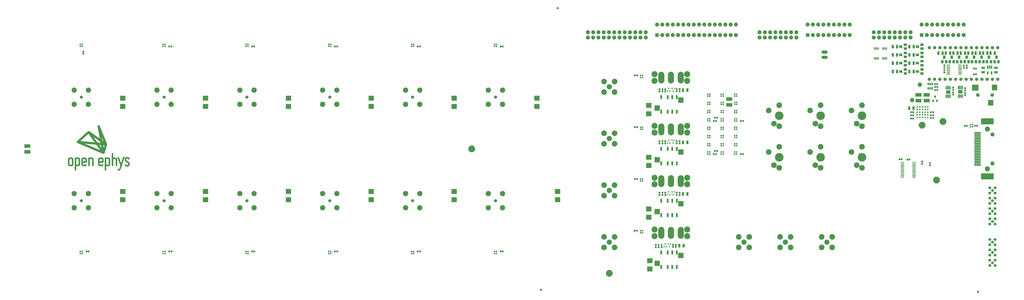
<source format=gbr>
G04 EAGLE Gerber RS-274X export*
G75*
%MOMM*%
%FSLAX34Y34*%
%LPD*%
%INSoldermask Top*%
%IPPOS*%
%AMOC8*
5,1,8,0,0,1.08239X$1,22.5*%
G01*
%ADD10C,1.502400*%
%ADD11C,2.552400*%
%ADD12C,2.514600*%
%ADD13C,2.705100*%
%ADD14R,1.752400X0.452400*%
%ADD15R,0.552400X1.752400*%
%ADD16R,2.042400X1.722400*%
%ADD17R,0.914400X0.838200*%
%ADD18C,0.787400*%
%ADD19R,1.117600X1.676400*%
%ADD20R,0.838200X0.914400*%
%ADD21R,2.946400X1.803400*%
%ADD22C,2.052400*%
%ADD23R,2.552400X2.702400*%
%ADD24R,3.052400X2.902400*%
%ADD25C,1.752400*%
%ADD26C,1.352400*%
%ADD27C,2.927400*%
%ADD28C,2.927400*%
%ADD29R,0.952400X1.952400*%
%ADD30R,2.652400X2.652400*%
%ADD31R,2.652400X2.452400*%
%ADD32R,0.508400X0.655400*%
%ADD33C,1.100000*%
%ADD34C,0.720000*%
%ADD35P,3.412126X8X22.500000*%
%ADD36C,1.952400*%
%ADD37C,2.452400*%
%ADD38R,6.152400X2.952400*%
%ADD39R,3.152400X0.487400*%
%ADD40C,2.724000*%
%ADD41C,2.692400*%
%ADD42C,4.152800*%
%ADD43C,1.600200*%
%ADD44P,1.950900X8X22.500000*%
%ADD45R,1.802400X1.802400*%
%ADD46P,1.979475X8X22.500000*%
%ADD47R,0.442400X1.252400*%
%ADD48R,1.152400X1.552400*%
%ADD49R,1.552400X1.152400*%
%ADD50R,0.702400X0.702400*%
%ADD51C,1.524000*%
%ADD52R,0.802400X1.212400*%
%ADD53C,0.500000*%
%ADD54R,0.952400X1.052400*%
%ADD55R,0.752400X1.560400*%
%ADD56R,1.676400X1.117600*%


D10*
X400000Y1050000D03*
D11*
X434300Y1084300D03*
X365700Y1084300D03*
X365700Y1015700D03*
X434300Y1015700D03*
D10*
X800000Y1050000D03*
D11*
X834300Y1084300D03*
X765700Y1084300D03*
X765700Y1015700D03*
X834300Y1015700D03*
D10*
X2000000Y550000D03*
D11*
X2034300Y584300D03*
X1965700Y584300D03*
X1965700Y515700D03*
X2034300Y515700D03*
D10*
X2400000Y550000D03*
D11*
X2434300Y584300D03*
X2365700Y584300D03*
X2365700Y515700D03*
X2434300Y515700D03*
D10*
X1200000Y1050000D03*
D11*
X1234300Y1084300D03*
X1165700Y1084300D03*
X1165700Y1015700D03*
X1234300Y1015700D03*
D10*
X1600000Y1050000D03*
D11*
X1634300Y1084300D03*
X1565700Y1084300D03*
X1565700Y1015700D03*
X1634300Y1015700D03*
D10*
X2000000Y1050000D03*
D11*
X2034300Y1084300D03*
X1965700Y1084300D03*
X1965700Y1015700D03*
X2034300Y1015700D03*
D10*
X2400000Y1050000D03*
D11*
X2434300Y1084300D03*
X2365700Y1084300D03*
X2365700Y1015700D03*
X2434300Y1015700D03*
D10*
X400000Y550000D03*
D11*
X434300Y584300D03*
X365700Y584300D03*
X365700Y515700D03*
X434300Y515700D03*
D10*
X800000Y550000D03*
D11*
X834300Y584300D03*
X765700Y584300D03*
X765700Y515700D03*
X834300Y515700D03*
D10*
X1200000Y550000D03*
D11*
X1234300Y584300D03*
X1165700Y584300D03*
X1165700Y515700D03*
X1234300Y515700D03*
D10*
X1600000Y550000D03*
D11*
X1634300Y584300D03*
X1565700Y584300D03*
X1565700Y515700D03*
X1634300Y515700D03*
D12*
X4000000Y350000D03*
D13*
X3974600Y375400D03*
X4025400Y375400D03*
X3974600Y324600D03*
X4025400Y324600D03*
D12*
X2950000Y1100000D03*
D13*
X2924600Y1125400D03*
X2975400Y1125400D03*
X2924600Y1074600D03*
X2975400Y1074600D03*
D12*
X3800000Y350000D03*
D13*
X3774600Y375400D03*
X3825400Y375400D03*
X3774600Y324600D03*
X3825400Y324600D03*
D12*
X3600000Y350000D03*
D13*
X3574600Y375400D03*
X3625400Y375400D03*
X3574600Y324600D03*
X3625400Y324600D03*
D14*
X4643000Y1204750D03*
X4643000Y1198250D03*
X4643000Y1191750D03*
X4643000Y1185250D03*
X4643000Y1178750D03*
X4643000Y1172250D03*
X4643000Y1165750D03*
X4643000Y1159250D03*
X4587000Y1204750D03*
X4587000Y1198250D03*
X4587000Y1191750D03*
X4587000Y1185250D03*
X4587000Y1178750D03*
X4587000Y1172250D03*
X4587000Y1165750D03*
X4587000Y1159250D03*
D15*
X4589250Y1096000D03*
X4595750Y1096000D03*
X4582750Y1096000D03*
X4576250Y1096000D03*
X4576250Y1054000D03*
X4582750Y1054000D03*
X4589250Y1054000D03*
X4595750Y1054000D03*
D16*
X4586000Y1075000D03*
D17*
X4662000Y1202334D03*
X4662000Y1191666D03*
X4676000Y1202334D03*
X4676000Y1191666D03*
X4610000Y1073334D03*
X4610000Y1062666D03*
X4610000Y1085666D03*
X4610000Y1096334D03*
D15*
X4648250Y1097000D03*
X4654750Y1097000D03*
X4641750Y1097000D03*
X4635250Y1097000D03*
X4635250Y1055000D03*
X4641750Y1055000D03*
X4648250Y1055000D03*
X4654750Y1055000D03*
D16*
X4645000Y1076000D03*
D17*
X4668000Y1070334D03*
X4668000Y1059666D03*
X4668000Y1082666D03*
X4668000Y1093334D03*
X4568000Y1203334D03*
X4568000Y1192666D03*
X4568000Y1169666D03*
X4568000Y1180334D03*
D18*
X4487400Y1002400D03*
X4487400Y989700D03*
X4487400Y964300D03*
X4487400Y951600D03*
X4474700Y964300D03*
X4474700Y951600D03*
X4462000Y1002400D03*
X4462000Y989700D03*
X4462000Y977000D03*
X4462000Y964300D03*
X4462000Y951600D03*
X4449300Y1002400D03*
X4449300Y989700D03*
X4449300Y977000D03*
X4449300Y964300D03*
X4449300Y951600D03*
X4436600Y1002400D03*
X4436600Y989700D03*
X4436600Y977000D03*
X4436600Y964300D03*
X4436600Y951600D03*
X4474700Y1002400D03*
X4474700Y989700D03*
X4474700Y977000D03*
X4487400Y977000D03*
D19*
X4397586Y997000D03*
X4418414Y997000D03*
D20*
X4513334Y963000D03*
X4502666Y963000D03*
X4406666Y977000D03*
X4417334Y977000D03*
X4417334Y947000D03*
X4406666Y947000D03*
X4502666Y949000D03*
X4513334Y949000D03*
X4417334Y962000D03*
X4406666Y962000D03*
D21*
X4482000Y1060970D03*
X4482000Y1033030D03*
X4442000Y1060970D03*
X4442000Y1033030D03*
D22*
X4449000Y1110000D03*
X4412000Y1036000D03*
D12*
X2950000Y350000D03*
D13*
X2924600Y375400D03*
X2975400Y375400D03*
X2924600Y324600D03*
X2975400Y324600D03*
D17*
X3271000Y337334D03*
X3271000Y326666D03*
D12*
X2950000Y600000D03*
D13*
X2924600Y625400D03*
X2975400Y625400D03*
X2924600Y574600D03*
X2975400Y574600D03*
D12*
X2950000Y850000D03*
D13*
X2924600Y875400D03*
X2975400Y875400D03*
X2924600Y824600D03*
X2975400Y824600D03*
D23*
X4791000Y1023250D03*
D24*
X4717000Y1095750D03*
D23*
X4810000Y1096750D03*
D25*
X4799000Y1060000D03*
X4729000Y1060000D03*
D26*
X4800000Y250000D03*
X4787300Y262700D03*
X4787300Y237300D03*
X4812700Y237300D03*
X4812700Y262700D03*
X4800000Y300000D03*
X4787300Y312700D03*
X4787300Y287300D03*
X4812700Y287300D03*
X4812700Y312700D03*
X4800000Y350000D03*
X4787300Y362700D03*
X4787300Y337300D03*
X4812700Y337300D03*
X4812700Y362700D03*
X4800000Y600000D03*
X4787300Y612700D03*
X4787300Y587300D03*
X4812700Y587300D03*
X4812700Y612700D03*
X4800000Y550000D03*
X4787300Y562700D03*
X4787300Y537300D03*
X4812700Y537300D03*
X4812700Y562700D03*
X4800000Y500000D03*
X4787300Y512700D03*
X4787300Y487300D03*
X4812700Y487300D03*
X4812700Y512700D03*
X4800000Y450000D03*
X4787300Y462700D03*
X4787300Y437300D03*
X4812700Y437300D03*
X4812700Y462700D03*
D27*
X3247000Y631125D02*
X3247000Y658875D01*
X3294000Y658875D02*
X3294000Y631125D01*
X3200000Y631125D02*
X3200000Y658875D01*
D28*
X3325750Y660900D03*
X3325750Y629100D03*
X3168250Y660900D03*
X3168250Y629100D03*
D27*
X3247000Y881125D02*
X3247000Y908875D01*
X3294000Y908875D02*
X3294000Y881125D01*
X3200000Y881125D02*
X3200000Y908875D01*
D28*
X3325750Y910900D03*
X3325750Y879100D03*
X3168250Y910900D03*
X3168250Y879100D03*
D27*
X3247000Y1131125D02*
X3247000Y1158875D01*
X3294000Y1158875D02*
X3294000Y1131125D01*
X3200000Y1131125D02*
X3200000Y1158875D01*
D28*
X3325750Y1160900D03*
X3325750Y1129100D03*
X3168250Y1160900D03*
X3168250Y1129100D03*
D27*
X3247000Y408875D02*
X3247000Y381125D01*
X3294000Y381125D02*
X3294000Y408875D01*
X3200000Y408875D02*
X3200000Y381125D01*
D28*
X3325750Y410900D03*
X3325750Y379100D03*
X3168250Y410900D03*
X3168250Y379100D03*
D29*
X3200000Y230000D03*
X3232000Y230000D03*
X3254000Y230000D03*
X3276000Y230000D03*
X3276000Y300000D03*
X3254000Y300000D03*
X3232000Y300000D03*
X3200000Y300000D03*
D30*
X3180500Y247500D03*
X3295500Y285500D03*
D17*
X3257000Y337334D03*
X3257000Y326666D03*
D31*
X3145000Y260000D03*
X3145000Y220000D03*
D29*
X3200000Y480000D03*
X3232000Y480000D03*
X3254000Y480000D03*
X3276000Y480000D03*
X3276000Y550000D03*
X3254000Y550000D03*
X3232000Y550000D03*
X3200000Y550000D03*
D30*
X3180500Y497500D03*
X3295500Y535500D03*
D31*
X3140000Y510000D03*
X3140000Y470000D03*
D17*
X3206000Y577666D03*
X3206000Y588334D03*
D32*
X3219000Y340505D03*
X3224080Y327495D03*
X3213920Y327495D03*
D17*
X3188000Y336334D03*
X3188000Y325666D03*
D19*
X3308414Y333000D03*
X3287586Y333000D03*
D17*
X3289000Y588334D03*
X3289000Y577666D03*
X3275000Y588334D03*
X3275000Y577666D03*
D32*
X3237000Y592505D03*
X3242080Y579495D03*
X3231920Y579495D03*
D19*
X3326414Y583000D03*
X3305586Y583000D03*
D29*
X3200000Y730000D03*
X3232000Y730000D03*
X3254000Y730000D03*
X3276000Y730000D03*
X3276000Y800000D03*
X3254000Y800000D03*
X3232000Y800000D03*
X3200000Y800000D03*
D30*
X3180500Y747500D03*
X3295500Y785500D03*
D29*
X3200000Y980000D03*
X3232000Y980000D03*
X3254000Y980000D03*
X3276000Y980000D03*
X3276000Y1050000D03*
X3254000Y1050000D03*
X3232000Y1050000D03*
X3200000Y1050000D03*
D30*
X3180500Y997500D03*
X3295500Y1035500D03*
D17*
X3206000Y826666D03*
X3206000Y837334D03*
D32*
X3237000Y841505D03*
X3242080Y828495D03*
X3231920Y828495D03*
D19*
X3326414Y832000D03*
X3305586Y832000D03*
D31*
X3140000Y760000D03*
X3140000Y720000D03*
D17*
X3289000Y837334D03*
X3289000Y826666D03*
X3275000Y837334D03*
X3275000Y826666D03*
X3206000Y1077666D03*
X3206000Y1088334D03*
D32*
X3237000Y1092505D03*
X3242080Y1079495D03*
X3231920Y1079495D03*
D19*
X3326414Y1084000D03*
X3305586Y1084000D03*
D31*
X3140000Y1010000D03*
X3140000Y970000D03*
D17*
X3289000Y1089334D03*
X3289000Y1078666D03*
X3275000Y1089334D03*
X3275000Y1078666D03*
D31*
X600000Y1005000D03*
X600000Y1045000D03*
X1000000Y1005000D03*
X1000000Y1045000D03*
X1400000Y1005000D03*
X1400000Y1045000D03*
X1800000Y1005000D03*
X1800000Y1045000D03*
X2200000Y1005000D03*
X2200000Y1045000D03*
X2600000Y1005000D03*
X2600000Y1045000D03*
X2700000Y595000D03*
X2700000Y555000D03*
X2200000Y595000D03*
X2200000Y555000D03*
X1800000Y595000D03*
X1800000Y555000D03*
X1400000Y595000D03*
X1400000Y555000D03*
X1000000Y595000D03*
X1000000Y555000D03*
X600000Y595000D03*
X600000Y555000D03*
D33*
X507000Y782000D02*
X383000Y834000D01*
X519000Y822000D01*
X507000Y782000D01*
X483000Y910000D01*
X519000Y822000D01*
X435000Y882000D01*
X383000Y834000D01*
X435000Y882000D02*
X507000Y782000D01*
D34*
X351600Y720400D02*
X346200Y720400D01*
X351600Y720400D02*
X351767Y720409D01*
X351933Y720422D01*
X352099Y720439D01*
X352265Y720461D01*
X352430Y720486D01*
X352594Y720515D01*
X352757Y720549D01*
X352920Y720586D01*
X353082Y720627D01*
X353243Y720672D01*
X353402Y720721D01*
X353561Y720773D01*
X353718Y720830D01*
X353873Y720890D01*
X354027Y720954D01*
X354180Y721022D01*
X354331Y721094D01*
X354480Y721169D01*
X354627Y721247D01*
X354772Y721329D01*
X354916Y721415D01*
X355057Y721504D01*
X355196Y721597D01*
X355333Y721692D01*
X355467Y721791D01*
X355599Y721894D01*
X355728Y721999D01*
X355855Y722108D01*
X355979Y722219D01*
X356100Y722334D01*
X356219Y722451D01*
X356335Y722572D01*
X356448Y722695D01*
X356557Y722820D01*
X356664Y722949D01*
X356768Y723080D01*
X356868Y723213D01*
X356965Y723349D01*
X357059Y723487D01*
X357149Y723627D01*
X357236Y723769D01*
X357320Y723914D01*
X357400Y724060D01*
X357477Y724209D01*
X357549Y724359D01*
X357619Y724511D01*
X357684Y724664D01*
X357746Y724819D01*
X357804Y724976D01*
X357858Y725134D01*
X357909Y725293D01*
X357955Y725453D01*
X357998Y725614D01*
X358037Y725777D01*
X358072Y725940D01*
X358103Y726104D01*
X358130Y726269D01*
X358152Y726434D01*
X358171Y726600D01*
X358186Y726766D01*
X358197Y726933D01*
X358204Y727099D01*
X358207Y727266D01*
X358206Y727433D01*
X358200Y727600D01*
X358200Y748400D01*
X358208Y748564D01*
X358212Y748729D01*
X358211Y748894D01*
X358207Y749058D01*
X358199Y749223D01*
X358187Y749387D01*
X358171Y749551D01*
X358150Y749714D01*
X358126Y749877D01*
X358098Y750039D01*
X358066Y750201D01*
X358031Y750361D01*
X357991Y750521D01*
X357948Y750680D01*
X357900Y750837D01*
X357849Y750994D01*
X357794Y751149D01*
X357736Y751303D01*
X357673Y751455D01*
X357607Y751606D01*
X357538Y751755D01*
X357464Y751903D01*
X357388Y752048D01*
X357307Y752192D01*
X357224Y752334D01*
X357137Y752473D01*
X357046Y752611D01*
X356952Y752746D01*
X356855Y752879D01*
X356755Y753010D01*
X356652Y753138D01*
X356546Y753264D01*
X356436Y753387D01*
X356324Y753507D01*
X356209Y753625D01*
X356091Y753740D01*
X355970Y753851D01*
X355847Y753960D01*
X355721Y754066D01*
X355592Y754169D01*
X355461Y754269D01*
X355328Y754366D01*
X355192Y754459D01*
X355054Y754549D01*
X354914Y754635D01*
X354772Y754719D01*
X354628Y754798D01*
X354483Y754875D01*
X354335Y754947D01*
X354185Y755016D01*
X354034Y755082D01*
X353882Y755144D01*
X353728Y755202D01*
X353572Y755256D01*
X353416Y755307D01*
X353258Y755354D01*
X353099Y755397D01*
X352939Y755436D01*
X352778Y755471D01*
X352617Y755502D01*
X352454Y755530D01*
X352292Y755553D01*
X352128Y755573D01*
X351964Y755589D01*
X351800Y755600D01*
X346200Y755600D01*
X346026Y755598D01*
X345852Y755592D01*
X345678Y755581D01*
X345505Y755566D01*
X345332Y755548D01*
X345160Y755524D01*
X344988Y755497D01*
X344817Y755466D01*
X344646Y755430D01*
X344477Y755391D01*
X344309Y755347D01*
X344141Y755299D01*
X343975Y755248D01*
X343810Y755192D01*
X343647Y755132D01*
X343485Y755068D01*
X343325Y755001D01*
X343166Y754929D01*
X343009Y754854D01*
X342854Y754775D01*
X342701Y754693D01*
X342550Y754606D01*
X342401Y754516D01*
X342254Y754423D01*
X342110Y754325D01*
X341968Y754225D01*
X341828Y754121D01*
X341691Y754014D01*
X341557Y753903D01*
X341426Y753789D01*
X341297Y753672D01*
X341171Y753552D01*
X341048Y753429D01*
X340928Y753303D01*
X340811Y753174D01*
X340697Y753043D01*
X340586Y752909D01*
X340479Y752772D01*
X340375Y752632D01*
X340275Y752490D01*
X340177Y752346D01*
X340084Y752199D01*
X339994Y752050D01*
X339907Y751899D01*
X339825Y751746D01*
X339746Y751591D01*
X339671Y751434D01*
X339599Y751275D01*
X339532Y751115D01*
X339468Y750953D01*
X339408Y750790D01*
X339352Y750625D01*
X339301Y750459D01*
X339253Y750291D01*
X339209Y750123D01*
X339170Y749954D01*
X339134Y749783D01*
X339103Y749612D01*
X339076Y749440D01*
X339052Y749268D01*
X339034Y749095D01*
X339019Y748922D01*
X339008Y748748D01*
X339002Y748574D01*
X339000Y748400D01*
X339000Y727600D01*
X339002Y727426D01*
X339008Y727252D01*
X339019Y727078D01*
X339034Y726905D01*
X339052Y726732D01*
X339076Y726560D01*
X339103Y726388D01*
X339134Y726217D01*
X339170Y726046D01*
X339209Y725877D01*
X339253Y725709D01*
X339301Y725541D01*
X339352Y725375D01*
X339408Y725210D01*
X339468Y725047D01*
X339532Y724885D01*
X339599Y724725D01*
X339671Y724566D01*
X339746Y724409D01*
X339825Y724254D01*
X339907Y724101D01*
X339994Y723950D01*
X340084Y723801D01*
X340177Y723654D01*
X340275Y723510D01*
X340375Y723368D01*
X340479Y723228D01*
X340586Y723091D01*
X340697Y722957D01*
X340811Y722826D01*
X340928Y722697D01*
X341048Y722571D01*
X341171Y722448D01*
X341297Y722328D01*
X341426Y722211D01*
X341557Y722097D01*
X341691Y721986D01*
X341828Y721879D01*
X341968Y721775D01*
X342110Y721675D01*
X342254Y721577D01*
X342401Y721484D01*
X342550Y721394D01*
X342701Y721307D01*
X342854Y721225D01*
X343009Y721146D01*
X343166Y721071D01*
X343325Y720999D01*
X343485Y720932D01*
X343647Y720868D01*
X343810Y720808D01*
X343975Y720752D01*
X344141Y720701D01*
X344309Y720653D01*
X344477Y720609D01*
X344646Y720570D01*
X344817Y720534D01*
X344988Y720503D01*
X345160Y720476D01*
X345332Y720452D01*
X345505Y720434D01*
X345678Y720419D01*
X345852Y720408D01*
X346026Y720402D01*
X346200Y720400D01*
X415800Y755600D02*
X415974Y755598D01*
X416148Y755592D01*
X416322Y755581D01*
X416495Y755566D01*
X416668Y755548D01*
X416840Y755524D01*
X417012Y755497D01*
X417183Y755466D01*
X417354Y755430D01*
X417523Y755391D01*
X417691Y755347D01*
X417859Y755299D01*
X418025Y755248D01*
X418190Y755192D01*
X418353Y755132D01*
X418515Y755068D01*
X418675Y755001D01*
X418834Y754929D01*
X418991Y754854D01*
X419146Y754775D01*
X419299Y754693D01*
X419450Y754606D01*
X419599Y754516D01*
X419746Y754423D01*
X419890Y754325D01*
X420032Y754225D01*
X420172Y754121D01*
X420309Y754014D01*
X420443Y753903D01*
X420574Y753789D01*
X420703Y753672D01*
X420829Y753552D01*
X420952Y753429D01*
X421072Y753303D01*
X421189Y753174D01*
X421303Y753043D01*
X421414Y752909D01*
X421521Y752772D01*
X421625Y752632D01*
X421725Y752490D01*
X421823Y752346D01*
X421916Y752199D01*
X422006Y752050D01*
X422093Y751899D01*
X422175Y751746D01*
X422254Y751591D01*
X422329Y751434D01*
X422401Y751275D01*
X422468Y751115D01*
X422532Y750953D01*
X422592Y750790D01*
X422648Y750625D01*
X422699Y750459D01*
X422747Y750291D01*
X422791Y750123D01*
X422830Y749954D01*
X422866Y749783D01*
X422897Y749612D01*
X422924Y749440D01*
X422948Y749268D01*
X422966Y749095D01*
X422981Y748922D01*
X422992Y748748D01*
X422998Y748574D01*
X423000Y748400D01*
X415800Y755600D02*
X411000Y755600D01*
X410826Y755598D01*
X410652Y755592D01*
X410478Y755581D01*
X410305Y755566D01*
X410132Y755548D01*
X409960Y755524D01*
X409788Y755497D01*
X409617Y755466D01*
X409446Y755430D01*
X409277Y755391D01*
X409109Y755347D01*
X408941Y755299D01*
X408775Y755248D01*
X408610Y755192D01*
X408447Y755132D01*
X408285Y755068D01*
X408125Y755001D01*
X407966Y754929D01*
X407809Y754854D01*
X407654Y754775D01*
X407501Y754693D01*
X407350Y754606D01*
X407201Y754516D01*
X407054Y754423D01*
X406910Y754325D01*
X406768Y754225D01*
X406628Y754121D01*
X406491Y754014D01*
X406357Y753903D01*
X406226Y753789D01*
X406097Y753672D01*
X405971Y753552D01*
X405848Y753429D01*
X405728Y753303D01*
X405611Y753174D01*
X405497Y753043D01*
X405386Y752909D01*
X405279Y752772D01*
X405175Y752632D01*
X405075Y752490D01*
X404977Y752346D01*
X404884Y752199D01*
X404794Y752050D01*
X404707Y751899D01*
X404625Y751746D01*
X404546Y751591D01*
X404471Y751434D01*
X404399Y751275D01*
X404332Y751115D01*
X404268Y750953D01*
X404208Y750790D01*
X404152Y750625D01*
X404101Y750459D01*
X404053Y750291D01*
X404009Y750123D01*
X403970Y749954D01*
X403934Y749783D01*
X403903Y749612D01*
X403876Y749440D01*
X403852Y749268D01*
X403834Y749095D01*
X403819Y748922D01*
X403808Y748748D01*
X403802Y748574D01*
X403800Y748400D01*
X403800Y727600D01*
X403802Y727426D01*
X403808Y727252D01*
X403819Y727078D01*
X403834Y726905D01*
X403852Y726732D01*
X403876Y726560D01*
X403903Y726388D01*
X403934Y726217D01*
X403970Y726046D01*
X404009Y725877D01*
X404053Y725709D01*
X404101Y725541D01*
X404152Y725375D01*
X404208Y725210D01*
X404268Y725047D01*
X404332Y724885D01*
X404399Y724725D01*
X404471Y724566D01*
X404546Y724409D01*
X404625Y724254D01*
X404707Y724101D01*
X404794Y723950D01*
X404884Y723801D01*
X404977Y723654D01*
X405075Y723510D01*
X405175Y723368D01*
X405279Y723228D01*
X405386Y723091D01*
X405497Y722957D01*
X405611Y722826D01*
X405728Y722697D01*
X405848Y722571D01*
X405971Y722448D01*
X406097Y722328D01*
X406226Y722211D01*
X406357Y722097D01*
X406491Y721986D01*
X406628Y721879D01*
X406768Y721775D01*
X406910Y721675D01*
X407054Y721577D01*
X407201Y721484D01*
X407350Y721394D01*
X407501Y721307D01*
X407654Y721225D01*
X407809Y721146D01*
X407966Y721071D01*
X408125Y720999D01*
X408285Y720932D01*
X408447Y720868D01*
X408610Y720808D01*
X408775Y720752D01*
X408941Y720701D01*
X409109Y720653D01*
X409277Y720609D01*
X409446Y720570D01*
X409617Y720534D01*
X409788Y720503D01*
X409960Y720476D01*
X410132Y720452D01*
X410305Y720434D01*
X410478Y720419D01*
X410652Y720408D01*
X410826Y720402D01*
X411000Y720400D01*
X455800Y720400D02*
X455800Y748400D01*
X455798Y748574D01*
X455792Y748748D01*
X455781Y748922D01*
X455766Y749095D01*
X455748Y749268D01*
X455724Y749440D01*
X455697Y749612D01*
X455666Y749783D01*
X455630Y749954D01*
X455591Y750123D01*
X455547Y750291D01*
X455499Y750459D01*
X455448Y750625D01*
X455392Y750790D01*
X455332Y750953D01*
X455268Y751115D01*
X455201Y751275D01*
X455129Y751434D01*
X455054Y751591D01*
X454975Y751746D01*
X454893Y751899D01*
X454806Y752050D01*
X454716Y752199D01*
X454623Y752346D01*
X454525Y752490D01*
X454425Y752632D01*
X454321Y752772D01*
X454214Y752909D01*
X454103Y753043D01*
X453989Y753174D01*
X453872Y753303D01*
X453752Y753429D01*
X453629Y753552D01*
X453503Y753672D01*
X453374Y753789D01*
X453243Y753903D01*
X453109Y754014D01*
X452972Y754121D01*
X452832Y754225D01*
X452690Y754325D01*
X452546Y754423D01*
X452399Y754516D01*
X452250Y754606D01*
X452099Y754693D01*
X451946Y754775D01*
X451791Y754854D01*
X451634Y754929D01*
X451475Y755001D01*
X451315Y755068D01*
X451153Y755132D01*
X450990Y755192D01*
X450825Y755248D01*
X450659Y755299D01*
X450491Y755347D01*
X450323Y755391D01*
X450154Y755430D01*
X449983Y755466D01*
X449812Y755497D01*
X449640Y755524D01*
X449468Y755548D01*
X449295Y755566D01*
X449122Y755581D01*
X448948Y755592D01*
X448774Y755598D01*
X448600Y755600D01*
X436600Y755600D02*
X436600Y720400D01*
X516600Y720400D02*
X516600Y755600D01*
X516600Y720400D02*
X528600Y720400D01*
X528774Y720402D01*
X528948Y720408D01*
X529122Y720419D01*
X529295Y720434D01*
X529468Y720452D01*
X529640Y720476D01*
X529812Y720503D01*
X529983Y720534D01*
X530154Y720570D01*
X530323Y720609D01*
X530491Y720653D01*
X530659Y720701D01*
X530825Y720752D01*
X530990Y720808D01*
X531153Y720868D01*
X531315Y720932D01*
X531475Y720999D01*
X531634Y721071D01*
X531791Y721146D01*
X531946Y721225D01*
X532099Y721307D01*
X532250Y721394D01*
X532399Y721484D01*
X532546Y721577D01*
X532690Y721675D01*
X532832Y721775D01*
X532972Y721879D01*
X533109Y721986D01*
X533243Y722097D01*
X533374Y722211D01*
X533503Y722328D01*
X533629Y722448D01*
X533752Y722571D01*
X533872Y722697D01*
X533989Y722826D01*
X534103Y722957D01*
X534214Y723091D01*
X534321Y723228D01*
X534425Y723368D01*
X534525Y723510D01*
X534623Y723654D01*
X534716Y723801D01*
X534806Y723950D01*
X534893Y724101D01*
X534975Y724254D01*
X535054Y724409D01*
X535129Y724566D01*
X535201Y724725D01*
X535268Y724885D01*
X535332Y725047D01*
X535392Y725210D01*
X535448Y725375D01*
X535499Y725541D01*
X535547Y725709D01*
X535591Y725877D01*
X535630Y726046D01*
X535666Y726217D01*
X535697Y726388D01*
X535724Y726560D01*
X535748Y726732D01*
X535766Y726905D01*
X535781Y727078D01*
X535792Y727252D01*
X535798Y727426D01*
X535800Y727600D01*
X535800Y748400D01*
X535798Y748574D01*
X535792Y748748D01*
X535781Y748922D01*
X535766Y749095D01*
X535748Y749268D01*
X535724Y749440D01*
X535697Y749612D01*
X535666Y749783D01*
X535630Y749954D01*
X535591Y750123D01*
X535547Y750291D01*
X535499Y750459D01*
X535448Y750625D01*
X535392Y750790D01*
X535332Y750953D01*
X535268Y751115D01*
X535201Y751275D01*
X535129Y751434D01*
X535054Y751591D01*
X534975Y751746D01*
X534893Y751899D01*
X534806Y752050D01*
X534716Y752199D01*
X534623Y752346D01*
X534525Y752490D01*
X534425Y752632D01*
X534321Y752772D01*
X534214Y752909D01*
X534103Y753043D01*
X533989Y753174D01*
X533872Y753303D01*
X533752Y753429D01*
X533629Y753552D01*
X533503Y753672D01*
X533374Y753789D01*
X533243Y753903D01*
X533109Y754014D01*
X532972Y754121D01*
X532832Y754225D01*
X532690Y754325D01*
X532546Y754423D01*
X532399Y754516D01*
X532250Y754606D01*
X532099Y754693D01*
X531946Y754775D01*
X531791Y754854D01*
X531634Y754929D01*
X531475Y755001D01*
X531315Y755068D01*
X531153Y755132D01*
X530990Y755192D01*
X530825Y755248D01*
X530659Y755299D01*
X530491Y755347D01*
X530323Y755391D01*
X530154Y755430D01*
X529983Y755466D01*
X529812Y755497D01*
X529640Y755524D01*
X529468Y755548D01*
X529295Y755566D01*
X529122Y755581D01*
X528948Y755592D01*
X528774Y755598D01*
X528600Y755600D01*
X516600Y755600D01*
X371400Y755600D02*
X371400Y720400D01*
X383400Y720400D01*
X383574Y720402D01*
X383748Y720408D01*
X383922Y720419D01*
X384095Y720434D01*
X384268Y720452D01*
X384440Y720476D01*
X384612Y720503D01*
X384783Y720534D01*
X384954Y720570D01*
X385123Y720609D01*
X385291Y720653D01*
X385459Y720701D01*
X385625Y720752D01*
X385790Y720808D01*
X385953Y720868D01*
X386115Y720932D01*
X386275Y720999D01*
X386434Y721071D01*
X386591Y721146D01*
X386746Y721225D01*
X386899Y721307D01*
X387050Y721394D01*
X387199Y721484D01*
X387346Y721577D01*
X387490Y721675D01*
X387632Y721775D01*
X387772Y721879D01*
X387909Y721986D01*
X388043Y722097D01*
X388174Y722211D01*
X388303Y722328D01*
X388429Y722448D01*
X388552Y722571D01*
X388672Y722697D01*
X388789Y722826D01*
X388903Y722957D01*
X389014Y723091D01*
X389121Y723228D01*
X389225Y723368D01*
X389325Y723510D01*
X389423Y723654D01*
X389516Y723801D01*
X389606Y723950D01*
X389693Y724101D01*
X389775Y724254D01*
X389854Y724409D01*
X389929Y724566D01*
X390001Y724725D01*
X390068Y724885D01*
X390132Y725047D01*
X390192Y725210D01*
X390248Y725375D01*
X390299Y725541D01*
X390347Y725709D01*
X390391Y725877D01*
X390430Y726046D01*
X390466Y726217D01*
X390497Y726388D01*
X390524Y726560D01*
X390548Y726732D01*
X390566Y726905D01*
X390581Y727078D01*
X390592Y727252D01*
X390598Y727426D01*
X390600Y727600D01*
X390600Y748400D01*
X390598Y748574D01*
X390592Y748748D01*
X390581Y748922D01*
X390566Y749095D01*
X390548Y749268D01*
X390524Y749440D01*
X390497Y749612D01*
X390466Y749783D01*
X390430Y749954D01*
X390391Y750123D01*
X390347Y750291D01*
X390299Y750459D01*
X390248Y750625D01*
X390192Y750790D01*
X390132Y750953D01*
X390068Y751115D01*
X390001Y751275D01*
X389929Y751434D01*
X389854Y751591D01*
X389775Y751746D01*
X389693Y751899D01*
X389606Y752050D01*
X389516Y752199D01*
X389423Y752346D01*
X389325Y752490D01*
X389225Y752632D01*
X389121Y752772D01*
X389014Y752909D01*
X388903Y753043D01*
X388789Y753174D01*
X388672Y753303D01*
X388552Y753429D01*
X388429Y753552D01*
X388303Y753672D01*
X388174Y753789D01*
X388043Y753903D01*
X387909Y754014D01*
X387772Y754121D01*
X387632Y754225D01*
X387490Y754325D01*
X387346Y754423D01*
X387199Y754516D01*
X387050Y754606D01*
X386899Y754693D01*
X386746Y754775D01*
X386591Y754854D01*
X386434Y754929D01*
X386275Y755001D01*
X386115Y755068D01*
X385953Y755132D01*
X385790Y755192D01*
X385625Y755248D01*
X385459Y755299D01*
X385291Y755347D01*
X385123Y755391D01*
X384954Y755430D01*
X384783Y755466D01*
X384612Y755497D01*
X384440Y755524D01*
X384268Y755548D01*
X384095Y755566D01*
X383922Y755581D01*
X383748Y755592D01*
X383574Y755598D01*
X383400Y755600D01*
X371400Y755600D01*
X371400Y720000D02*
X371400Y699200D01*
X496600Y755600D02*
X496774Y755598D01*
X496948Y755592D01*
X497122Y755581D01*
X497295Y755566D01*
X497468Y755548D01*
X497640Y755524D01*
X497812Y755497D01*
X497983Y755466D01*
X498154Y755430D01*
X498323Y755391D01*
X498491Y755347D01*
X498659Y755299D01*
X498825Y755248D01*
X498990Y755192D01*
X499153Y755132D01*
X499315Y755068D01*
X499475Y755001D01*
X499634Y754929D01*
X499791Y754854D01*
X499946Y754775D01*
X500099Y754693D01*
X500250Y754606D01*
X500399Y754516D01*
X500546Y754423D01*
X500690Y754325D01*
X500832Y754225D01*
X500972Y754121D01*
X501109Y754014D01*
X501243Y753903D01*
X501374Y753789D01*
X501503Y753672D01*
X501629Y753552D01*
X501752Y753429D01*
X501872Y753303D01*
X501989Y753174D01*
X502103Y753043D01*
X502214Y752909D01*
X502321Y752772D01*
X502425Y752632D01*
X502525Y752490D01*
X502623Y752346D01*
X502716Y752199D01*
X502806Y752050D01*
X502893Y751899D01*
X502975Y751746D01*
X503054Y751591D01*
X503129Y751434D01*
X503201Y751275D01*
X503268Y751115D01*
X503332Y750953D01*
X503392Y750790D01*
X503448Y750625D01*
X503499Y750459D01*
X503547Y750291D01*
X503591Y750123D01*
X503630Y749954D01*
X503666Y749783D01*
X503697Y749612D01*
X503724Y749440D01*
X503748Y749268D01*
X503766Y749095D01*
X503781Y748922D01*
X503792Y748748D01*
X503798Y748574D01*
X503800Y748400D01*
X496600Y755600D02*
X491800Y755600D01*
X491626Y755598D01*
X491452Y755592D01*
X491278Y755581D01*
X491105Y755566D01*
X490932Y755548D01*
X490760Y755524D01*
X490588Y755497D01*
X490417Y755466D01*
X490246Y755430D01*
X490077Y755391D01*
X489909Y755347D01*
X489741Y755299D01*
X489575Y755248D01*
X489410Y755192D01*
X489247Y755132D01*
X489085Y755068D01*
X488925Y755001D01*
X488766Y754929D01*
X488609Y754854D01*
X488454Y754775D01*
X488301Y754693D01*
X488150Y754606D01*
X488001Y754516D01*
X487854Y754423D01*
X487710Y754325D01*
X487568Y754225D01*
X487428Y754121D01*
X487291Y754014D01*
X487157Y753903D01*
X487026Y753789D01*
X486897Y753672D01*
X486771Y753552D01*
X486648Y753429D01*
X486528Y753303D01*
X486411Y753174D01*
X486297Y753043D01*
X486186Y752909D01*
X486079Y752772D01*
X485975Y752632D01*
X485875Y752490D01*
X485777Y752346D01*
X485684Y752199D01*
X485594Y752050D01*
X485507Y751899D01*
X485425Y751746D01*
X485346Y751591D01*
X485271Y751434D01*
X485199Y751275D01*
X485132Y751115D01*
X485068Y750953D01*
X485008Y750790D01*
X484952Y750625D01*
X484901Y750459D01*
X484853Y750291D01*
X484809Y750123D01*
X484770Y749954D01*
X484734Y749783D01*
X484703Y749612D01*
X484676Y749440D01*
X484652Y749268D01*
X484634Y749095D01*
X484619Y748922D01*
X484608Y748748D01*
X484602Y748574D01*
X484600Y748400D01*
X484600Y727600D01*
X484602Y727426D01*
X484608Y727252D01*
X484619Y727078D01*
X484634Y726905D01*
X484652Y726732D01*
X484676Y726560D01*
X484703Y726388D01*
X484734Y726217D01*
X484770Y726046D01*
X484809Y725877D01*
X484853Y725709D01*
X484901Y725541D01*
X484952Y725375D01*
X485008Y725210D01*
X485068Y725047D01*
X485132Y724885D01*
X485199Y724725D01*
X485271Y724566D01*
X485346Y724409D01*
X485425Y724254D01*
X485507Y724101D01*
X485594Y723950D01*
X485684Y723801D01*
X485777Y723654D01*
X485875Y723510D01*
X485975Y723368D01*
X486079Y723228D01*
X486186Y723091D01*
X486297Y722957D01*
X486411Y722826D01*
X486528Y722697D01*
X486648Y722571D01*
X486771Y722448D01*
X486897Y722328D01*
X487026Y722211D01*
X487157Y722097D01*
X487291Y721986D01*
X487428Y721879D01*
X487568Y721775D01*
X487710Y721675D01*
X487854Y721577D01*
X488001Y721484D01*
X488150Y721394D01*
X488301Y721307D01*
X488454Y721225D01*
X488609Y721146D01*
X488766Y721071D01*
X488925Y720999D01*
X489085Y720932D01*
X489247Y720868D01*
X489410Y720808D01*
X489575Y720752D01*
X489741Y720701D01*
X489909Y720653D01*
X490077Y720609D01*
X490246Y720570D01*
X490417Y720534D01*
X490588Y720503D01*
X490760Y720476D01*
X490932Y720452D01*
X491105Y720434D01*
X491278Y720419D01*
X491452Y720408D01*
X491626Y720402D01*
X491800Y720400D01*
X487000Y738000D02*
X503800Y738000D01*
X499000Y720400D02*
X491800Y720400D01*
X499000Y720400D02*
X499105Y720402D01*
X499209Y720408D01*
X499314Y720418D01*
X499417Y720431D01*
X499521Y720449D01*
X499623Y720470D01*
X499725Y720495D01*
X499825Y720524D01*
X499925Y720557D01*
X500023Y720594D01*
X500120Y720634D01*
X500215Y720677D01*
X500308Y720724D01*
X500400Y720775D01*
X500490Y720829D01*
X500577Y720887D01*
X500663Y720947D01*
X500746Y721011D01*
X500826Y721078D01*
X500904Y721147D01*
X500980Y721220D01*
X501053Y721296D01*
X501122Y721374D01*
X501189Y721454D01*
X501253Y721537D01*
X501313Y721623D01*
X501371Y721710D01*
X501425Y721800D01*
X501476Y721892D01*
X501523Y721985D01*
X501566Y722080D01*
X501606Y722177D01*
X501643Y722275D01*
X501676Y722375D01*
X501705Y722475D01*
X501730Y722577D01*
X501751Y722679D01*
X501769Y722783D01*
X501782Y722886D01*
X501792Y722991D01*
X501798Y723095D01*
X501800Y723200D01*
X503800Y738000D02*
X503800Y747600D01*
X612600Y747600D02*
X612600Y749600D01*
X612600Y747600D02*
X613000Y745600D01*
X614600Y743200D01*
X621000Y738400D01*
X626600Y756400D02*
X625000Y757200D01*
X626600Y756400D02*
X628600Y755200D01*
X629400Y754000D01*
X629400Y753200D01*
X623000Y719200D02*
X618200Y719200D01*
X623000Y719200D02*
X623174Y719202D01*
X623348Y719208D01*
X623522Y719219D01*
X623695Y719234D01*
X623868Y719252D01*
X624040Y719276D01*
X624212Y719303D01*
X624383Y719334D01*
X624554Y719370D01*
X624723Y719409D01*
X624891Y719453D01*
X625059Y719501D01*
X625225Y719552D01*
X625390Y719608D01*
X625553Y719668D01*
X625715Y719732D01*
X625875Y719799D01*
X626034Y719871D01*
X626191Y719946D01*
X626346Y720025D01*
X626499Y720107D01*
X626650Y720194D01*
X626799Y720284D01*
X626946Y720377D01*
X627090Y720475D01*
X627232Y720575D01*
X627372Y720679D01*
X627509Y720786D01*
X627643Y720897D01*
X627774Y721011D01*
X627903Y721128D01*
X628029Y721248D01*
X628152Y721371D01*
X628272Y721497D01*
X628389Y721626D01*
X628503Y721757D01*
X628614Y721891D01*
X628721Y722028D01*
X628825Y722168D01*
X628925Y722310D01*
X629023Y722454D01*
X629116Y722601D01*
X629206Y722750D01*
X629293Y722901D01*
X629375Y723054D01*
X629454Y723209D01*
X629529Y723366D01*
X629601Y723525D01*
X629668Y723685D01*
X629732Y723847D01*
X629792Y724010D01*
X629848Y724175D01*
X629899Y724341D01*
X629947Y724509D01*
X629991Y724677D01*
X630030Y724846D01*
X630066Y725017D01*
X630097Y725188D01*
X630124Y725360D01*
X630148Y725532D01*
X630166Y725705D01*
X630181Y725878D01*
X630192Y726052D01*
X630198Y726226D01*
X630200Y726400D01*
X630200Y726800D02*
X630200Y728800D01*
X629800Y730800D01*
X626200Y734400D01*
X619800Y739200D01*
X616200Y720000D02*
X617800Y719200D01*
X616200Y720000D02*
X614200Y721200D01*
X613400Y722400D01*
X613400Y723200D01*
X550200Y720800D02*
X550200Y777600D01*
X569400Y748400D02*
X569800Y720400D01*
X569400Y748400D02*
X569398Y748574D01*
X569392Y748748D01*
X569381Y748922D01*
X569366Y749095D01*
X569348Y749268D01*
X569324Y749440D01*
X569297Y749612D01*
X569266Y749783D01*
X569230Y749954D01*
X569191Y750123D01*
X569147Y750291D01*
X569099Y750459D01*
X569048Y750625D01*
X568992Y750790D01*
X568932Y750953D01*
X568868Y751115D01*
X568801Y751275D01*
X568729Y751434D01*
X568654Y751591D01*
X568575Y751746D01*
X568493Y751899D01*
X568406Y752050D01*
X568316Y752199D01*
X568223Y752346D01*
X568125Y752490D01*
X568025Y752632D01*
X567921Y752772D01*
X567814Y752909D01*
X567703Y753043D01*
X567589Y753174D01*
X567472Y753303D01*
X567352Y753429D01*
X567229Y753552D01*
X567103Y753672D01*
X566974Y753789D01*
X566843Y753903D01*
X566709Y754014D01*
X566572Y754121D01*
X566432Y754225D01*
X566290Y754325D01*
X566146Y754423D01*
X565999Y754516D01*
X565850Y754606D01*
X565699Y754693D01*
X565546Y754775D01*
X565391Y754854D01*
X565234Y754929D01*
X565075Y755001D01*
X564915Y755068D01*
X564753Y755132D01*
X564590Y755192D01*
X564425Y755248D01*
X564259Y755299D01*
X564091Y755347D01*
X563923Y755391D01*
X563754Y755430D01*
X563583Y755466D01*
X563412Y755497D01*
X563240Y755524D01*
X563068Y755548D01*
X562895Y755566D01*
X562722Y755581D01*
X562548Y755592D01*
X562374Y755598D01*
X562200Y755600D01*
X553000Y755600D01*
X619800Y757200D02*
X624600Y757200D01*
X619800Y757200D02*
X619626Y757198D01*
X619452Y757192D01*
X619278Y757181D01*
X619105Y757166D01*
X618932Y757148D01*
X618760Y757124D01*
X618588Y757097D01*
X618417Y757066D01*
X618246Y757030D01*
X618077Y756991D01*
X617909Y756947D01*
X617741Y756899D01*
X617575Y756848D01*
X617410Y756792D01*
X617247Y756732D01*
X617085Y756668D01*
X616925Y756601D01*
X616766Y756529D01*
X616609Y756454D01*
X616454Y756375D01*
X616301Y756293D01*
X616150Y756206D01*
X616001Y756116D01*
X615854Y756023D01*
X615710Y755925D01*
X615568Y755825D01*
X615428Y755721D01*
X615291Y755614D01*
X615157Y755503D01*
X615026Y755389D01*
X614897Y755272D01*
X614771Y755152D01*
X614648Y755029D01*
X614528Y754903D01*
X614411Y754774D01*
X614297Y754643D01*
X614186Y754509D01*
X614079Y754372D01*
X613975Y754232D01*
X613875Y754090D01*
X613777Y753946D01*
X613684Y753799D01*
X613594Y753650D01*
X613507Y753499D01*
X613425Y753346D01*
X613346Y753191D01*
X613271Y753034D01*
X613199Y752875D01*
X613132Y752715D01*
X613068Y752553D01*
X613008Y752390D01*
X612952Y752225D01*
X612901Y752059D01*
X612853Y751891D01*
X612809Y751723D01*
X612770Y751554D01*
X612734Y751383D01*
X612703Y751212D01*
X612676Y751040D01*
X612652Y750868D01*
X612634Y750695D01*
X612619Y750522D01*
X612608Y750348D01*
X612602Y750174D01*
X612600Y750000D01*
X423000Y738000D02*
X406200Y738000D01*
X411000Y720400D02*
X418200Y720400D01*
X418305Y720402D01*
X418409Y720408D01*
X418514Y720418D01*
X418617Y720431D01*
X418721Y720449D01*
X418823Y720470D01*
X418925Y720495D01*
X419025Y720524D01*
X419125Y720557D01*
X419223Y720594D01*
X419320Y720634D01*
X419415Y720677D01*
X419508Y720724D01*
X419600Y720775D01*
X419690Y720829D01*
X419777Y720887D01*
X419863Y720947D01*
X419946Y721011D01*
X420026Y721078D01*
X420104Y721147D01*
X420180Y721220D01*
X420253Y721296D01*
X420322Y721374D01*
X420389Y721454D01*
X420453Y721537D01*
X420513Y721623D01*
X420571Y721710D01*
X420625Y721800D01*
X420676Y721892D01*
X420723Y721985D01*
X420766Y722080D01*
X420806Y722177D01*
X420843Y722275D01*
X420876Y722375D01*
X420905Y722475D01*
X420930Y722577D01*
X420951Y722679D01*
X420969Y722783D01*
X420982Y722886D01*
X420992Y722991D01*
X420998Y723095D01*
X421000Y723200D01*
X423000Y738000D02*
X423000Y747600D01*
X516600Y720000D02*
X516600Y699200D01*
X591800Y720800D02*
X578600Y759200D01*
X604200Y759200D02*
X587400Y705200D01*
X587000Y704400D02*
X584200Y700400D01*
X580600Y699600D01*
X578600Y699600D01*
X449200Y755600D02*
X436700Y755600D01*
D35*
X2950000Y199000D03*
X2285000Y800000D03*
X4561000Y932000D03*
D36*
X4800000Y870000D03*
X4800000Y730000D03*
D37*
X4775000Y896000D03*
X4775000Y704000D03*
D38*
X4775000Y667000D03*
X4775000Y933000D03*
D39*
X4728000Y879375D03*
X4728000Y866675D03*
X4728000Y853975D03*
X4728000Y841275D03*
X4728000Y828575D03*
X4728000Y815875D03*
X4728000Y803175D03*
X4728000Y790475D03*
X4728000Y777775D03*
X4728000Y765075D03*
X4728000Y752375D03*
X4728000Y739675D03*
X4728000Y726975D03*
X4728000Y873025D03*
X4728000Y860325D03*
X4728000Y847625D03*
X4728000Y834925D03*
X4728000Y822225D03*
X4728000Y809525D03*
X4728000Y796825D03*
X4728000Y784125D03*
X4728000Y771425D03*
X4728000Y758725D03*
X4728000Y746025D03*
X4728000Y733325D03*
X4728000Y720625D03*
D40*
X3770000Y709200D03*
X3770000Y810800D03*
D41*
X3744600Y721900D03*
X3719200Y785400D03*
D42*
X3770000Y760000D03*
D40*
X3770000Y909200D03*
X3770000Y1010800D03*
D41*
X3744600Y921900D03*
X3719200Y985400D03*
D42*
X3770000Y960000D03*
D40*
X3970000Y909200D03*
X3970000Y1010800D03*
D41*
X3944600Y921900D03*
X3919200Y985400D03*
D42*
X3970000Y960000D03*
D40*
X3970000Y709200D03*
X3970000Y810800D03*
D41*
X3944600Y721900D03*
X3919200Y785400D03*
D42*
X3970000Y760000D03*
D14*
X4365000Y734750D03*
X4365000Y728250D03*
X4365000Y721750D03*
X4365000Y715250D03*
X4365000Y708750D03*
X4365000Y702250D03*
X4365000Y695750D03*
X4365000Y689250D03*
X4365000Y682750D03*
X4365000Y676250D03*
X4365000Y669750D03*
X4365000Y663250D03*
X4421000Y663250D03*
X4421000Y669750D03*
X4421000Y676250D03*
X4421000Y682750D03*
X4421000Y689250D03*
X4421000Y695750D03*
X4421000Y702250D03*
X4421000Y708750D03*
X4421000Y715250D03*
X4421000Y721750D03*
X4421000Y728250D03*
X4421000Y734750D03*
D20*
X4388666Y749000D03*
X4399334Y749000D03*
X4350666Y750000D03*
X4361334Y750000D03*
D17*
X4460000Y739334D03*
X4460000Y728666D03*
X4498000Y731334D03*
X4498000Y720666D03*
D43*
X4825100Y1289200D03*
X4799700Y1289200D03*
X4774300Y1289200D03*
X4748900Y1289200D03*
X4723500Y1289200D03*
X4698100Y1289200D03*
X4672700Y1289200D03*
X4647300Y1289200D03*
X4621900Y1289200D03*
X4596500Y1289200D03*
X4571100Y1289200D03*
X4545700Y1289200D03*
X4520300Y1289200D03*
X4494900Y1289200D03*
X4774300Y1136800D03*
X4799700Y1136800D03*
X4825100Y1136800D03*
X4494900Y1136800D03*
X4520300Y1136800D03*
X4545700Y1136800D03*
X4571100Y1136800D03*
X4596500Y1136800D03*
X4621900Y1136800D03*
X4647300Y1136800D03*
X4672700Y1136800D03*
X4698100Y1136800D03*
X4723500Y1136800D03*
X4748900Y1136800D03*
D44*
X3932900Y1350000D03*
D45*
X3907500Y1350000D03*
D44*
X3958300Y1350000D03*
X3983700Y1350000D03*
X4009100Y1350000D03*
X4034500Y1350000D03*
X4059900Y1350000D03*
X4085300Y1350000D03*
X4110700Y1350000D03*
X3907500Y1400800D03*
X3932900Y1400800D03*
X3958300Y1400800D03*
X3983700Y1400800D03*
X4009100Y1400800D03*
X4034500Y1400800D03*
X4059900Y1400800D03*
X4085300Y1400800D03*
X4110700Y1400800D03*
X4483400Y1350000D03*
D45*
X4458000Y1350000D03*
D44*
X4508800Y1350000D03*
X4534200Y1350000D03*
X4559600Y1350000D03*
X4585000Y1350000D03*
X4610400Y1350000D03*
X4635800Y1350000D03*
X4661200Y1350000D03*
X4458000Y1400800D03*
X4483400Y1400800D03*
X4508800Y1400800D03*
X4534200Y1400800D03*
X4559600Y1400800D03*
X4585000Y1400800D03*
X4610400Y1400800D03*
X4635800Y1400800D03*
X4661200Y1400800D03*
D46*
X3675600Y1338300D03*
X3675600Y1363700D03*
X3701000Y1338300D03*
X3701000Y1363700D03*
X3726400Y1338300D03*
X3726400Y1363700D03*
X3751800Y1338300D03*
X3751800Y1363700D03*
X3777200Y1338300D03*
X3777200Y1363700D03*
X3802600Y1338300D03*
X3802600Y1363700D03*
X3828000Y1338300D03*
X3828000Y1363700D03*
X3853400Y1338300D03*
X3853400Y1363700D03*
X4226100Y1338300D03*
X4226100Y1363700D03*
X4251500Y1338300D03*
X4251500Y1363700D03*
X4276900Y1338300D03*
X4276900Y1363700D03*
X4302300Y1338300D03*
X4302300Y1363700D03*
X4327700Y1338300D03*
X4327700Y1363700D03*
X4353100Y1338300D03*
X4353100Y1363700D03*
X4378500Y1338300D03*
X4378500Y1363700D03*
X4403900Y1338300D03*
X4403900Y1363700D03*
D40*
X4170000Y909200D03*
X4170000Y1010800D03*
D41*
X4144600Y921900D03*
X4119200Y985400D03*
D42*
X4170000Y960000D03*
D40*
X4170000Y709200D03*
X4170000Y810800D03*
D41*
X4144600Y721900D03*
X4119200Y785400D03*
D42*
X4170000Y760000D03*
D46*
X2846300Y1338300D03*
X2846300Y1363700D03*
X2871700Y1338300D03*
X2871700Y1363700D03*
X2897100Y1338300D03*
X2897100Y1363700D03*
X2922500Y1338300D03*
X2922500Y1363700D03*
X2947900Y1338300D03*
X2947900Y1363700D03*
X2973300Y1338300D03*
X2973300Y1363700D03*
X2998700Y1338300D03*
X2998700Y1363700D03*
X3024100Y1338300D03*
X3024100Y1363700D03*
X3049500Y1338300D03*
X3049500Y1363700D03*
X3074900Y1338300D03*
X3074900Y1363700D03*
X3100300Y1338300D03*
X3100300Y1363700D03*
X3125700Y1338300D03*
X3125700Y1363700D03*
D35*
X4460000Y915000D03*
X4530000Y650000D03*
D47*
X4269000Y1237500D03*
X4274000Y1237500D03*
X4279000Y1237500D03*
X4284000Y1237500D03*
X4289000Y1237500D03*
X4289000Y1284500D03*
X4284000Y1284500D03*
X4279000Y1284500D03*
X4274000Y1284500D03*
X4269000Y1284500D03*
D48*
X4567000Y1243000D03*
X4576500Y1221000D03*
X4557500Y1221000D03*
D19*
X4559414Y1263000D03*
X4538586Y1263000D03*
D47*
X4229000Y1237500D03*
X4234000Y1237500D03*
X4239000Y1237500D03*
X4244000Y1237500D03*
X4249000Y1237500D03*
X4249000Y1284500D03*
X4244000Y1284500D03*
X4239000Y1284500D03*
X4234000Y1284500D03*
X4229000Y1284500D03*
D48*
X4603000Y1243000D03*
X4612500Y1221000D03*
X4593500Y1221000D03*
D19*
X4595414Y1263000D03*
X4574586Y1263000D03*
D48*
X4639000Y1243000D03*
X4648500Y1221000D03*
X4629500Y1221000D03*
D19*
X4631414Y1263000D03*
X4610586Y1263000D03*
D48*
X4675000Y1243000D03*
X4684500Y1221000D03*
X4665500Y1221000D03*
D19*
X4667414Y1263000D03*
X4646586Y1263000D03*
D48*
X4711000Y1243000D03*
X4720500Y1221000D03*
X4701500Y1221000D03*
D19*
X4703414Y1263000D03*
X4682586Y1263000D03*
D48*
X4747000Y1243000D03*
X4756500Y1221000D03*
X4737500Y1221000D03*
D19*
X4739414Y1263000D03*
X4718586Y1263000D03*
D48*
X4783000Y1243000D03*
X4792500Y1221000D03*
X4773500Y1221000D03*
D19*
X4775414Y1263000D03*
X4754586Y1263000D03*
D48*
X4819000Y1243000D03*
X4828500Y1221000D03*
X4809500Y1221000D03*
D19*
X4811414Y1263000D03*
X4790586Y1263000D03*
D49*
X4437000Y1294000D03*
X4459000Y1303500D03*
X4459000Y1284500D03*
D19*
X4419414Y1294000D03*
X4398586Y1294000D03*
D49*
X4437000Y1254000D03*
X4459000Y1263500D03*
X4459000Y1244500D03*
D19*
X4419414Y1254000D03*
X4398586Y1254000D03*
D49*
X4437000Y1214000D03*
X4459000Y1223500D03*
X4459000Y1204500D03*
D19*
X4419414Y1214000D03*
X4398586Y1214000D03*
D49*
X4437000Y1174000D03*
X4459000Y1183500D03*
X4459000Y1164500D03*
D19*
X4419414Y1174000D03*
X4398586Y1174000D03*
D49*
X4357000Y1294000D03*
X4379000Y1303500D03*
X4379000Y1284500D03*
D19*
X4339414Y1294000D03*
X4318586Y1294000D03*
D49*
X4357000Y1254000D03*
X4379000Y1263500D03*
X4379000Y1244500D03*
D19*
X4339414Y1254000D03*
X4318586Y1254000D03*
D49*
X4357000Y1214000D03*
X4379000Y1223500D03*
X4379000Y1204500D03*
D19*
X4339414Y1214000D03*
X4318586Y1214000D03*
D49*
X4357000Y1174000D03*
X4379000Y1183500D03*
X4379000Y1164500D03*
D19*
X4339414Y1174000D03*
X4318586Y1174000D03*
D50*
X2395250Y304750D03*
X2395250Y295250D03*
X2404750Y295250D03*
X2404750Y304750D03*
D20*
X2435334Y305000D03*
X2424666Y305000D03*
D50*
X1995250Y304750D03*
X1995250Y295250D03*
X2004750Y295250D03*
X2004750Y304750D03*
D20*
X2035334Y305000D03*
X2024666Y305000D03*
D50*
X1595250Y304750D03*
X1595250Y295250D03*
X1604750Y295250D03*
X1604750Y304750D03*
D20*
X1635334Y305000D03*
X1624666Y305000D03*
D50*
X1195250Y304750D03*
X1195250Y295250D03*
X1204750Y295250D03*
X1204750Y304750D03*
D20*
X1235334Y305000D03*
X1224666Y305000D03*
D50*
X795250Y304750D03*
X795250Y295250D03*
X804750Y295250D03*
X804750Y304750D03*
D20*
X835334Y305000D03*
X824666Y305000D03*
D50*
X395250Y304750D03*
X395250Y295250D03*
X404750Y295250D03*
X404750Y304750D03*
D20*
X435334Y305000D03*
X424666Y305000D03*
D50*
X404750Y1304750D03*
X395250Y1304750D03*
X395250Y1295250D03*
X404750Y1295250D03*
D17*
X410000Y1259666D03*
X410000Y1270334D03*
D50*
X804750Y1304750D03*
X795250Y1304750D03*
X795250Y1295250D03*
X804750Y1295250D03*
D20*
X835334Y1295000D03*
X824666Y1295000D03*
D50*
X1204750Y1304750D03*
X1195250Y1304750D03*
X1195250Y1295250D03*
X1204750Y1295250D03*
D20*
X1235334Y1295000D03*
X1224666Y1295000D03*
D50*
X1604750Y1304750D03*
X1595250Y1304750D03*
X1595250Y1295250D03*
X1604750Y1295250D03*
D20*
X1635334Y1295000D03*
X1624666Y1295000D03*
D50*
X2004750Y1304750D03*
X1995250Y1304750D03*
X1995250Y1295250D03*
X2004750Y1295250D03*
D20*
X2035334Y1295000D03*
X2024666Y1295000D03*
D50*
X2404750Y1304750D03*
X2395250Y1304750D03*
X2395250Y1295250D03*
X2404750Y1295250D03*
D20*
X2435334Y1295000D03*
X2424666Y1295000D03*
D50*
X3434750Y784750D03*
X3425250Y784750D03*
X3425250Y775250D03*
X3434750Y775250D03*
D20*
X3465334Y775000D03*
X3454666Y775000D03*
D50*
X3434750Y824750D03*
X3425250Y824750D03*
X3425250Y815250D03*
X3434750Y815250D03*
X3434750Y864750D03*
X3425250Y864750D03*
X3425250Y855250D03*
X3434750Y855250D03*
X3434750Y904750D03*
X3425250Y904750D03*
X3425250Y895250D03*
X3434750Y895250D03*
X3434750Y944750D03*
X3425250Y944750D03*
X3425250Y935250D03*
X3434750Y935250D03*
X3434750Y984750D03*
X3425250Y984750D03*
X3425250Y975250D03*
X3434750Y975250D03*
X3434750Y1024750D03*
X3425250Y1024750D03*
X3425250Y1015250D03*
X3434750Y1015250D03*
X3434750Y1064750D03*
X3425250Y1064750D03*
X3425250Y1055250D03*
X3434750Y1055250D03*
X3100250Y1145250D03*
X3109750Y1145250D03*
X3109750Y1154750D03*
X3100250Y1154750D03*
D20*
X3072666Y655000D03*
X3083334Y655000D03*
D50*
X3100250Y895250D03*
X3109750Y895250D03*
X3109750Y904750D03*
X3100250Y904750D03*
D20*
X3071666Y405000D03*
X3082334Y405000D03*
D50*
X3100250Y645250D03*
X3109750Y645250D03*
X3109750Y654750D03*
X3100250Y654750D03*
D20*
X3072666Y905000D03*
X3083334Y905000D03*
D50*
X3100250Y395250D03*
X3109750Y395250D03*
X3109750Y404750D03*
X3100250Y404750D03*
D20*
X3072666Y1155000D03*
X3083334Y1155000D03*
X4665666Y911000D03*
X4676334Y911000D03*
D21*
X140000Y813970D03*
X140000Y786030D03*
D50*
X3490250Y1055250D03*
X3499750Y1055250D03*
X3499750Y1064750D03*
X3490250Y1064750D03*
D20*
X3459666Y950000D03*
X3470334Y950000D03*
D50*
X3490250Y1015250D03*
X3499750Y1015250D03*
X3499750Y1024750D03*
X3490250Y1024750D03*
X3490250Y975250D03*
X3499750Y975250D03*
X3499750Y984750D03*
X3490250Y984750D03*
X3490250Y935250D03*
X3499750Y935250D03*
X3499750Y944750D03*
X3490250Y944750D03*
X3490250Y895250D03*
X3499750Y895250D03*
X3499750Y904750D03*
X3490250Y904750D03*
X3490250Y855250D03*
X3499750Y855250D03*
X3499750Y864750D03*
X3490250Y864750D03*
X3490250Y815250D03*
X3499750Y815250D03*
X3499750Y824750D03*
X3490250Y824750D03*
X3490250Y775250D03*
X3499750Y775250D03*
X3499750Y784750D03*
X3490250Y784750D03*
X3564750Y784750D03*
X3555250Y784750D03*
X3555250Y775250D03*
X3564750Y775250D03*
D20*
X3595334Y775000D03*
X3584666Y775000D03*
D50*
X3564750Y824750D03*
X3555250Y824750D03*
X3555250Y815250D03*
X3564750Y815250D03*
X3564750Y864750D03*
X3555250Y864750D03*
X3555250Y855250D03*
X3564750Y855250D03*
X3564750Y904750D03*
X3555250Y904750D03*
X3555250Y895250D03*
X3564750Y895250D03*
X3564750Y944750D03*
X3555250Y944750D03*
X3555250Y935250D03*
X3564750Y935250D03*
X3564750Y984750D03*
X3555250Y984750D03*
X3555250Y975250D03*
X3564750Y975250D03*
X3564750Y1024750D03*
X3555250Y1024750D03*
X3555250Y1015250D03*
X3564750Y1015250D03*
X3564750Y1064750D03*
X3555250Y1064750D03*
X3555250Y1055250D03*
X3564750Y1055250D03*
X4702750Y916750D03*
X4693250Y916750D03*
X4693250Y907250D03*
X4702750Y907250D03*
D20*
X4725334Y912000D03*
X4714666Y912000D03*
D21*
X3529000Y1013030D03*
X3529000Y1040970D03*
D51*
X3982142Y1242000D02*
X3995858Y1242000D01*
X3995858Y1267400D02*
X3982142Y1267400D01*
D52*
X4508500Y1114000D03*
X4499000Y1114000D03*
X4489500Y1114000D03*
X4489500Y1092000D03*
X4499000Y1092000D03*
X4508500Y1092000D03*
D20*
X4522666Y1113000D03*
X4533334Y1113000D03*
X4533334Y1085000D03*
X4522666Y1085000D03*
X4522666Y1099000D03*
X4533334Y1099000D03*
X3595334Y935000D03*
X3584666Y935000D03*
X3459666Y790000D03*
X3470334Y790000D03*
X3465334Y935000D03*
X3454666Y935000D03*
D32*
X3240000Y327495D03*
X3234920Y340505D03*
X3245080Y340505D03*
D17*
X3174000Y325666D03*
X3174000Y336334D03*
X3202000Y325666D03*
X3202000Y336334D03*
D32*
X3258000Y579495D03*
X3252920Y592505D03*
X3263080Y592505D03*
D17*
X3192000Y577666D03*
X3192000Y588334D03*
X3220000Y577666D03*
X3220000Y588334D03*
D32*
X3258000Y828495D03*
X3252920Y841505D03*
X3263080Y841505D03*
D17*
X3192000Y826666D03*
X3192000Y837334D03*
X3220000Y826666D03*
X3220000Y837334D03*
D32*
X3258000Y1079495D03*
X3252920Y1092505D03*
X3263080Y1092505D03*
D17*
X3192000Y1077666D03*
X3192000Y1088334D03*
X3220000Y1077666D03*
X3220000Y1088334D03*
D44*
X3205400Y1350000D03*
D45*
X3180000Y1350000D03*
D44*
X3230800Y1350000D03*
X3256200Y1350000D03*
X3281600Y1350000D03*
X3307000Y1350000D03*
X3332400Y1350000D03*
X3357800Y1350000D03*
X3383200Y1350000D03*
X3180000Y1400800D03*
X3408600Y1350000D03*
X3434000Y1350000D03*
X3459400Y1350000D03*
X3484800Y1350000D03*
X3510200Y1350000D03*
X3535600Y1350000D03*
X3561000Y1350000D03*
X3205400Y1400800D03*
X3230800Y1400800D03*
X3256200Y1400800D03*
X3281600Y1400800D03*
X3307000Y1400800D03*
X3332400Y1400800D03*
X3357800Y1400800D03*
X3383200Y1400800D03*
X3408600Y1400800D03*
X3434000Y1400800D03*
X3459400Y1400800D03*
X3484800Y1400800D03*
X3510200Y1400800D03*
X3535600Y1400800D03*
X3561000Y1400800D03*
D53*
X4727500Y110000D02*
X4727502Y110099D01*
X4727508Y110199D01*
X4727518Y110298D01*
X4727532Y110396D01*
X4727549Y110494D01*
X4727571Y110591D01*
X4727596Y110687D01*
X4727625Y110782D01*
X4727658Y110876D01*
X4727695Y110968D01*
X4727735Y111059D01*
X4727779Y111148D01*
X4727827Y111236D01*
X4727878Y111321D01*
X4727932Y111404D01*
X4727989Y111486D01*
X4728050Y111564D01*
X4728114Y111641D01*
X4728180Y111714D01*
X4728250Y111785D01*
X4728322Y111853D01*
X4728397Y111919D01*
X4728475Y111981D01*
X4728555Y112040D01*
X4728637Y112096D01*
X4728721Y112148D01*
X4728808Y112197D01*
X4728896Y112243D01*
X4728986Y112285D01*
X4729078Y112324D01*
X4729171Y112359D01*
X4729265Y112390D01*
X4729361Y112417D01*
X4729458Y112440D01*
X4729555Y112460D01*
X4729653Y112476D01*
X4729752Y112488D01*
X4729851Y112496D01*
X4729950Y112500D01*
X4730050Y112500D01*
X4730149Y112496D01*
X4730248Y112488D01*
X4730347Y112476D01*
X4730445Y112460D01*
X4730542Y112440D01*
X4730639Y112417D01*
X4730735Y112390D01*
X4730829Y112359D01*
X4730922Y112324D01*
X4731014Y112285D01*
X4731104Y112243D01*
X4731192Y112197D01*
X4731279Y112148D01*
X4731363Y112096D01*
X4731445Y112040D01*
X4731525Y111981D01*
X4731603Y111919D01*
X4731678Y111853D01*
X4731750Y111785D01*
X4731820Y111714D01*
X4731886Y111641D01*
X4731950Y111564D01*
X4732011Y111486D01*
X4732068Y111404D01*
X4732122Y111321D01*
X4732173Y111236D01*
X4732221Y111148D01*
X4732265Y111059D01*
X4732305Y110968D01*
X4732342Y110876D01*
X4732375Y110782D01*
X4732404Y110687D01*
X4732429Y110591D01*
X4732451Y110494D01*
X4732468Y110396D01*
X4732482Y110298D01*
X4732492Y110199D01*
X4732498Y110099D01*
X4732500Y110000D01*
X4732498Y109901D01*
X4732492Y109801D01*
X4732482Y109702D01*
X4732468Y109604D01*
X4732451Y109506D01*
X4732429Y109409D01*
X4732404Y109313D01*
X4732375Y109218D01*
X4732342Y109124D01*
X4732305Y109032D01*
X4732265Y108941D01*
X4732221Y108852D01*
X4732173Y108764D01*
X4732122Y108679D01*
X4732068Y108596D01*
X4732011Y108514D01*
X4731950Y108436D01*
X4731886Y108359D01*
X4731820Y108286D01*
X4731750Y108215D01*
X4731678Y108147D01*
X4731603Y108081D01*
X4731525Y108019D01*
X4731445Y107960D01*
X4731363Y107904D01*
X4731279Y107852D01*
X4731192Y107803D01*
X4731104Y107757D01*
X4731014Y107715D01*
X4730922Y107676D01*
X4730829Y107641D01*
X4730735Y107610D01*
X4730639Y107583D01*
X4730542Y107560D01*
X4730445Y107540D01*
X4730347Y107524D01*
X4730248Y107512D01*
X4730149Y107504D01*
X4730050Y107500D01*
X4729950Y107500D01*
X4729851Y107504D01*
X4729752Y107512D01*
X4729653Y107524D01*
X4729555Y107540D01*
X4729458Y107560D01*
X4729361Y107583D01*
X4729265Y107610D01*
X4729171Y107641D01*
X4729078Y107676D01*
X4728986Y107715D01*
X4728896Y107757D01*
X4728808Y107803D01*
X4728721Y107852D01*
X4728637Y107904D01*
X4728555Y107960D01*
X4728475Y108019D01*
X4728397Y108081D01*
X4728322Y108147D01*
X4728250Y108215D01*
X4728180Y108286D01*
X4728114Y108359D01*
X4728050Y108436D01*
X4727989Y108514D01*
X4727932Y108596D01*
X4727878Y108679D01*
X4727827Y108764D01*
X4727779Y108852D01*
X4727735Y108941D01*
X4727695Y109032D01*
X4727658Y109124D01*
X4727625Y109218D01*
X4727596Y109313D01*
X4727571Y109409D01*
X4727549Y109506D01*
X4727532Y109604D01*
X4727518Y109702D01*
X4727508Y109801D01*
X4727502Y109901D01*
X4727500Y110000D01*
X2617500Y120000D02*
X2617502Y120099D01*
X2617508Y120199D01*
X2617518Y120298D01*
X2617532Y120396D01*
X2617549Y120494D01*
X2617571Y120591D01*
X2617596Y120687D01*
X2617625Y120782D01*
X2617658Y120876D01*
X2617695Y120968D01*
X2617735Y121059D01*
X2617779Y121148D01*
X2617827Y121236D01*
X2617878Y121321D01*
X2617932Y121404D01*
X2617989Y121486D01*
X2618050Y121564D01*
X2618114Y121641D01*
X2618180Y121714D01*
X2618250Y121785D01*
X2618322Y121853D01*
X2618397Y121919D01*
X2618475Y121981D01*
X2618555Y122040D01*
X2618637Y122096D01*
X2618721Y122148D01*
X2618808Y122197D01*
X2618896Y122243D01*
X2618986Y122285D01*
X2619078Y122324D01*
X2619171Y122359D01*
X2619265Y122390D01*
X2619361Y122417D01*
X2619458Y122440D01*
X2619555Y122460D01*
X2619653Y122476D01*
X2619752Y122488D01*
X2619851Y122496D01*
X2619950Y122500D01*
X2620050Y122500D01*
X2620149Y122496D01*
X2620248Y122488D01*
X2620347Y122476D01*
X2620445Y122460D01*
X2620542Y122440D01*
X2620639Y122417D01*
X2620735Y122390D01*
X2620829Y122359D01*
X2620922Y122324D01*
X2621014Y122285D01*
X2621104Y122243D01*
X2621192Y122197D01*
X2621279Y122148D01*
X2621363Y122096D01*
X2621445Y122040D01*
X2621525Y121981D01*
X2621603Y121919D01*
X2621678Y121853D01*
X2621750Y121785D01*
X2621820Y121714D01*
X2621886Y121641D01*
X2621950Y121564D01*
X2622011Y121486D01*
X2622068Y121404D01*
X2622122Y121321D01*
X2622173Y121236D01*
X2622221Y121148D01*
X2622265Y121059D01*
X2622305Y120968D01*
X2622342Y120876D01*
X2622375Y120782D01*
X2622404Y120687D01*
X2622429Y120591D01*
X2622451Y120494D01*
X2622468Y120396D01*
X2622482Y120298D01*
X2622492Y120199D01*
X2622498Y120099D01*
X2622500Y120000D01*
X2622498Y119901D01*
X2622492Y119801D01*
X2622482Y119702D01*
X2622468Y119604D01*
X2622451Y119506D01*
X2622429Y119409D01*
X2622404Y119313D01*
X2622375Y119218D01*
X2622342Y119124D01*
X2622305Y119032D01*
X2622265Y118941D01*
X2622221Y118852D01*
X2622173Y118764D01*
X2622122Y118679D01*
X2622068Y118596D01*
X2622011Y118514D01*
X2621950Y118436D01*
X2621886Y118359D01*
X2621820Y118286D01*
X2621750Y118215D01*
X2621678Y118147D01*
X2621603Y118081D01*
X2621525Y118019D01*
X2621445Y117960D01*
X2621363Y117904D01*
X2621279Y117852D01*
X2621192Y117803D01*
X2621104Y117757D01*
X2621014Y117715D01*
X2620922Y117676D01*
X2620829Y117641D01*
X2620735Y117610D01*
X2620639Y117583D01*
X2620542Y117560D01*
X2620445Y117540D01*
X2620347Y117524D01*
X2620248Y117512D01*
X2620149Y117504D01*
X2620050Y117500D01*
X2619950Y117500D01*
X2619851Y117504D01*
X2619752Y117512D01*
X2619653Y117524D01*
X2619555Y117540D01*
X2619458Y117560D01*
X2619361Y117583D01*
X2619265Y117610D01*
X2619171Y117641D01*
X2619078Y117676D01*
X2618986Y117715D01*
X2618896Y117757D01*
X2618808Y117803D01*
X2618721Y117852D01*
X2618637Y117904D01*
X2618555Y117960D01*
X2618475Y118019D01*
X2618397Y118081D01*
X2618322Y118147D01*
X2618250Y118215D01*
X2618180Y118286D01*
X2618114Y118359D01*
X2618050Y118436D01*
X2617989Y118514D01*
X2617932Y118596D01*
X2617878Y118679D01*
X2617827Y118764D01*
X2617779Y118852D01*
X2617735Y118941D01*
X2617695Y119032D01*
X2617658Y119124D01*
X2617625Y119218D01*
X2617596Y119313D01*
X2617571Y119409D01*
X2617549Y119506D01*
X2617532Y119604D01*
X2617518Y119702D01*
X2617508Y119801D01*
X2617502Y119901D01*
X2617500Y120000D01*
X2697500Y1480000D02*
X2697502Y1480099D01*
X2697508Y1480199D01*
X2697518Y1480298D01*
X2697532Y1480396D01*
X2697549Y1480494D01*
X2697571Y1480591D01*
X2697596Y1480687D01*
X2697625Y1480782D01*
X2697658Y1480876D01*
X2697695Y1480968D01*
X2697735Y1481059D01*
X2697779Y1481148D01*
X2697827Y1481236D01*
X2697878Y1481321D01*
X2697932Y1481404D01*
X2697989Y1481486D01*
X2698050Y1481564D01*
X2698114Y1481641D01*
X2698180Y1481714D01*
X2698250Y1481785D01*
X2698322Y1481853D01*
X2698397Y1481919D01*
X2698475Y1481981D01*
X2698555Y1482040D01*
X2698637Y1482096D01*
X2698721Y1482148D01*
X2698808Y1482197D01*
X2698896Y1482243D01*
X2698986Y1482285D01*
X2699078Y1482324D01*
X2699171Y1482359D01*
X2699265Y1482390D01*
X2699361Y1482417D01*
X2699458Y1482440D01*
X2699555Y1482460D01*
X2699653Y1482476D01*
X2699752Y1482488D01*
X2699851Y1482496D01*
X2699950Y1482500D01*
X2700050Y1482500D01*
X2700149Y1482496D01*
X2700248Y1482488D01*
X2700347Y1482476D01*
X2700445Y1482460D01*
X2700542Y1482440D01*
X2700639Y1482417D01*
X2700735Y1482390D01*
X2700829Y1482359D01*
X2700922Y1482324D01*
X2701014Y1482285D01*
X2701104Y1482243D01*
X2701192Y1482197D01*
X2701279Y1482148D01*
X2701363Y1482096D01*
X2701445Y1482040D01*
X2701525Y1481981D01*
X2701603Y1481919D01*
X2701678Y1481853D01*
X2701750Y1481785D01*
X2701820Y1481714D01*
X2701886Y1481641D01*
X2701950Y1481564D01*
X2702011Y1481486D01*
X2702068Y1481404D01*
X2702122Y1481321D01*
X2702173Y1481236D01*
X2702221Y1481148D01*
X2702265Y1481059D01*
X2702305Y1480968D01*
X2702342Y1480876D01*
X2702375Y1480782D01*
X2702404Y1480687D01*
X2702429Y1480591D01*
X2702451Y1480494D01*
X2702468Y1480396D01*
X2702482Y1480298D01*
X2702492Y1480199D01*
X2702498Y1480099D01*
X2702500Y1480000D01*
X2702498Y1479901D01*
X2702492Y1479801D01*
X2702482Y1479702D01*
X2702468Y1479604D01*
X2702451Y1479506D01*
X2702429Y1479409D01*
X2702404Y1479313D01*
X2702375Y1479218D01*
X2702342Y1479124D01*
X2702305Y1479032D01*
X2702265Y1478941D01*
X2702221Y1478852D01*
X2702173Y1478764D01*
X2702122Y1478679D01*
X2702068Y1478596D01*
X2702011Y1478514D01*
X2701950Y1478436D01*
X2701886Y1478359D01*
X2701820Y1478286D01*
X2701750Y1478215D01*
X2701678Y1478147D01*
X2701603Y1478081D01*
X2701525Y1478019D01*
X2701445Y1477960D01*
X2701363Y1477904D01*
X2701279Y1477852D01*
X2701192Y1477803D01*
X2701104Y1477757D01*
X2701014Y1477715D01*
X2700922Y1477676D01*
X2700829Y1477641D01*
X2700735Y1477610D01*
X2700639Y1477583D01*
X2700542Y1477560D01*
X2700445Y1477540D01*
X2700347Y1477524D01*
X2700248Y1477512D01*
X2700149Y1477504D01*
X2700050Y1477500D01*
X2699950Y1477500D01*
X2699851Y1477504D01*
X2699752Y1477512D01*
X2699653Y1477524D01*
X2699555Y1477540D01*
X2699458Y1477560D01*
X2699361Y1477583D01*
X2699265Y1477610D01*
X2699171Y1477641D01*
X2699078Y1477676D01*
X2698986Y1477715D01*
X2698896Y1477757D01*
X2698808Y1477803D01*
X2698721Y1477852D01*
X2698637Y1477904D01*
X2698555Y1477960D01*
X2698475Y1478019D01*
X2698397Y1478081D01*
X2698322Y1478147D01*
X2698250Y1478215D01*
X2698180Y1478286D01*
X2698114Y1478359D01*
X2698050Y1478436D01*
X2697989Y1478514D01*
X2697932Y1478596D01*
X2697878Y1478679D01*
X2697827Y1478764D01*
X2697779Y1478852D01*
X2697735Y1478941D01*
X2697695Y1479032D01*
X2697658Y1479124D01*
X2697625Y1479218D01*
X2697596Y1479313D01*
X2697571Y1479409D01*
X2697549Y1479506D01*
X2697532Y1479604D01*
X2697518Y1479702D01*
X2697508Y1479801D01*
X2697502Y1479901D01*
X2697500Y1480000D01*
D54*
X4523000Y1053000D03*
X4513500Y1032000D03*
X4532500Y1032000D03*
D20*
X4513334Y977000D03*
X4502666Y977000D03*
D55*
X4795500Y1195040D03*
X4786000Y1195040D03*
X4776500Y1195040D03*
X4776500Y1166960D03*
X4795500Y1166960D03*
D56*
X4817000Y1191414D03*
X4817000Y1170586D03*
X4755000Y1170586D03*
X4755000Y1191414D03*
D20*
X4709666Y1160000D03*
X4720334Y1160000D03*
X4720334Y1188000D03*
X4709666Y1188000D03*
M02*

</source>
